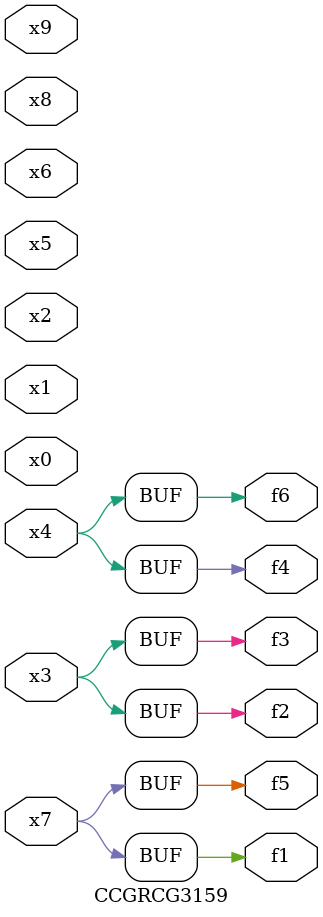
<source format=v>
module CCGRCG3159(
	input x0, x1, x2, x3, x4, x5, x6, x7, x8, x9,
	output f1, f2, f3, f4, f5, f6
);
	assign f1 = x7;
	assign f2 = x3;
	assign f3 = x3;
	assign f4 = x4;
	assign f5 = x7;
	assign f6 = x4;
endmodule

</source>
